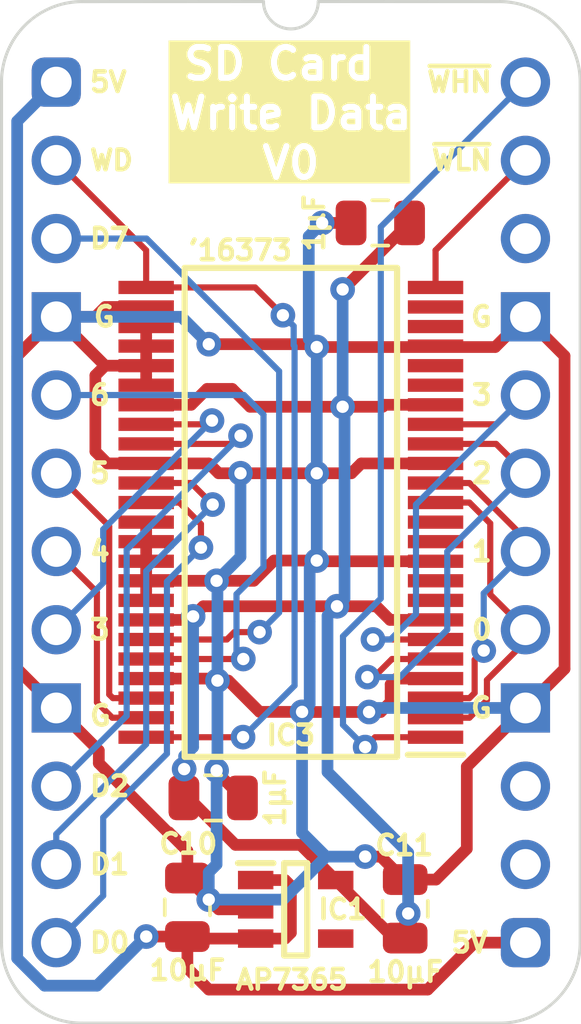
<source format=kicad_pcb>
(kicad_pcb (version 20240108) (generator "pcbnew") (generator_version "8.0")
  (title_block (title "SD Card Write Data") (date "2024-07-04") (rev "V0"))
  (layers (0 "F.Cu" signal) (31 "B.Cu" signal) (34 "B.Paste" user) (35 "F.Paste" user) (36 "B.SilkS" user "B.Silkscreen") (37 "F.SilkS" user "F.Silkscreen") (38 "B.Mask" user) (39 "F.Mask" user) (44 "Edge.Cuts" user))
  (net 0 "")
  (net 1 "/3.3V")
  (net 3 "D6")
  (net 7 "D7")
  (net 9 "GND")
  (net 10 "5V")
  (net 11 "D4")
  (net 12 "D0")
  (net 13 "D1")
  (net 16 "Write Data")
  (net 17 "DAT3")
  (net 18 "~{Write Low Nybble}")
  (net 19 "D3")
  (net 20 "DAT1")
  (net 21 "DAT0")
  (net 22 "D2")
  (net 23 "D5")
  (net 26 "~{Write High Nybble}")
  (net 29 "DAT2")
  (footprint "SamacSys_Parts:C_0805" (layer "F.Cu") (at 5.08 23.241 -90)
    (property "Reference" "C1" (hide yes))
    (property "Value" "1μF" (at 0 -2.032 90) (layer "F.SilkS") (effects (font (size 0.635 0.635))))
    (fp_line (start -0.735 0.245252) (end -0.735 -0.277252) (stroke (width 0.12)) (layer "F.SilkS"))
    (fp_line (start 0.735 0.245252) (end 0.735 -0.277252) (stroke (width 0.12)) (layer "F.SilkS"))
    (pad "1" smd roundrect (at 0 0.934) (size 1 1.45) (layers "F.Cu" "F.Paste" "F.Mask") (net 1 "/3.3V"))
    (pad "2" smd roundrect (at 0 -0.966) (size 1 1.45) (layers "F.Cu" "F.Paste" "F.Mask") (net 9 "GND"))
  )
  (footprint "SamacSys_Parts:C_0805" (layer "F.Cu") (at 10.541 4.572 90)
    (property "Reference" "C4" (hide yes))
    (property "Value" "1μF" (at 0 -2.159 90) (layer "F.SilkS") (effects (font (size 0.635 0.635))))
    (fp_line (start 0.735 0.245252) (end 0.735 -0.277252) (stroke (width 0.12)) (layer "F.SilkS"))
    (fp_line (start -0.735 0.245252) (end -0.735 -0.277252) (stroke (width 0.12)) (layer "F.SilkS"))
    (pad "1" smd roundrect (at 0 0.934 180) (size 1 1.45) (layers "F.Cu" "F.Paste" "F.Mask") (net 1 "/3.3V"))
    (pad "2" smd roundrect (at 0 -0.966 180) (size 1 1.45) (layers "F.Cu" "F.Paste" "F.Mask") (net 9 "GND"))
  )
  (footprint "SamacSys_Parts:DIP-24_Board_W15.24mm" (layer "F.Cu") (at 0 0)
    (property "Reference" "J1" (hide yes))
    (property "Value" "Conn_02x12_Counter_Clockwise" (hide yes))
    (fp_line (start -1.778 27.94) (end -1.778 0) (stroke (width 0.1)) (layer "Edge.Cuts"))
    (fp_line (start 6.731 -2.6162) (end 0.835732 -2.613732) (stroke (width 0.1)) (layer "Edge.Cuts"))
    (fp_line (start 14.404267 -2.613733) (end 8.509 -2.6162) (stroke (width 0.1)) (layer "Edge.Cuts"))
    (fp_line (start 14.404268 30.553732) (end 0.835733 30.553733) (stroke (width 0.1)) (layer "Edge.Cuts"))
    (fp_line (start 17.018 27.94) (end 17.017999 -0.000001) (stroke (width 0.1)) (layer "Edge.Cuts"))
    (fp_arc (start -1.778 0) (mid -1.012456 -1.848188) (end 0.835732 -2.613732) (stroke (width 0.1)) (layer "Edge.Cuts"))
    (fp_arc (start 0.835733 30.553733) (mid -1.012457 29.78819) (end -1.778 27.94) (stroke (width 0.1)) (layer "Edge.Cuts"))
    (fp_arc (start 8.509 -2.6162) (mid 7.62 -1.7272) (end 6.731 -2.6162) (stroke (width 0.1)) (layer "Edge.Cuts"))
    (fp_arc (start 14.404267 -2.613733) (mid 16.252448 -1.848183) (end 17.017999 -0.000001) (stroke (width 0.1)) (layer "Edge.Cuts"))
    (fp_arc (start 17.018 27.94) (mid 16.252456 29.788187) (end 14.404268 30.553732) (stroke (width 0.1)) (layer "Edge.Cuts"))
    (pad "1" thru_hole roundrect (at 0 0) (size 1.6 1.6) (drill 1) (layers "*.Cu" "*.Mask") (net 10 "5V"))
    (pad "2" thru_hole oval (at 0 2.54) (size 1.6 1.6) (drill 1) (layers "*.Cu" "*.Mask") (net 16 "Write Data"))
    (pad "3" thru_hole oval (at 0 5.08) (size 1.6 1.6) (drill 1) (layers "*.Cu" "*.Mask") (net 7 "D7"))
    (pad "4" thru_hole rect (at 0 7.62) (size 1.6 1.6) (drill 1) (layers "*.Cu" "*.Mask") (net 9 "GND"))
    (pad "5" thru_hole oval (at 0 10.16) (size 1.6 1.6) (drill 1) (layers "*.Cu" "*.Mask") (net 3 "D6"))
    (pad "6" thru_hole oval (at 0 12.7) (size 1.6 1.6) (drill 1) (layers "*.Cu" "*.Mask") (net 23 "D5"))
    (pad "7" thru_hole oval (at 0 15.24) (size 1.6 1.6) (drill 1) (layers "*.Cu" "*.Mask") (net 11 "D4"))
    (pad "8" thru_hole oval (at 0 17.78) (size 1.6 1.6) (drill 1) (layers "*.Cu" "*.Mask") (net 19 "D3"))
    (pad "9" thru_hole rect (at 0 20.32) (size 1.6 1.6) (drill 1) (layers "*.Cu" "*.Mask") (net 9 "GND"))
    (pad "10" thru_hole oval (at 0 22.86) (size 1.6 1.6) (drill 1) (layers "*.Cu" "*.Mask") (net 22 "D2"))
    (pad "11" thru_hole oval (at 0 25.4) (size 1.6 1.6) (drill 1) (layers "*.Cu" "*.Mask") (net 13 "D1"))
    (pad "12" thru_hole oval (at 0 27.94) (size 1.6 1.6) (drill 1) (layers "*.Cu" "*.Mask") (net 12 "D0"))
    (pad "13" thru_hole roundrect (at 15.24 27.94) (size 1.6 1.6) (drill 1) (layers "*.Cu" "*.Mask") (net 10 "5V"))
    (pad "14" thru_hole oval (at 15.24 25.4) (size 1.6 1.6) (drill 1) (layers "*.Cu" "*.Mask"))
    (pad "15" thru_hole oval (at 15.24 22.86) (size 1.6 1.6) (drill 1) (layers "*.Cu" "*.Mask"))
    (pad "16" thru_hole rect (at 15.24 20.32) (size 1.6 1.6) (drill 1) (layers "*.Cu" "*.Mask") (net 9 "GND"))
    (pad "17" thru_hole oval (at 15.24 17.78 180) (size 1.6 1.6) (drill 1) (layers "*.Cu" "*.Mask") (net 21 "DAT0"))
    (pad "18" thru_hole oval (at 15.24 15.24 180) (size 1.6 1.6) (drill 1) (layers "*.Cu" "*.Mask") (net 20 "DAT1"))
    (pad "19" thru_hole oval (at 15.24 12.7 180) (size 1.6 1.6) (drill 1) (layers "*.Cu" "*.Mask") (net 29 "DAT2"))
    (pad "20" thru_hole oval (at 15.24 10.16 180) (size 1.6 1.6) (drill 1) (layers "*.Cu" "*.Mask") (net 17 "DAT3"))
    (pad "21" thru_hole rect (at 15.24 7.62) (size 1.6 1.6) (drill 1) (layers "*.Cu" "*.Mask") (net 9 "GND"))
    (pad "22" thru_hole oval (at 15.24 5.08) (size 1.6 1.6) (drill 1) (layers "*.Cu" "*.Mask"))
    (pad "23" thru_hole oval (at 15.24 2.54) (size 1.6 1.6) (drill 1) (layers "*.Cu" "*.Mask") (net 18 "~{Write Low Nybble}"))
    (pad "24" thru_hole oval (at 15.24 0) (size 1.6 1.6) (drill 1) (layers "*.Cu" "*.Mask") (net 26 "~{Write High Nybble}"))
  )
  (footprint "SamacSys_Parts:C_0805" (layer "F.Cu") (at 11.333 26.858)
    (property "Reference" "C11" (at -0.03 -2.075 180) (layer "F.SilkS") (effects (font (size 0.635 0.635))))
    (property "Value" "10μF" (at 0 2.032 0) (layer "F.SilkS") (effects (font (size 0.635 0.635))))
    (fp_line (start -0.735 0.245252) (end -0.735 -0.277252) (stroke (width 0.12)) (layer "F.SilkS"))
    (fp_line (start 0.735 0.245252) (end 0.735 -0.277252) (stroke (width 0.12)) (layer "F.SilkS"))
    (pad "1" smd roundrect (at 0 0.934 90) (size 1 1.45) (layers "F.Cu" "F.Paste" "F.Mask") (net 1 "/3.3V"))
    (pad "2" smd roundrect (at 0 -0.966 90) (size 1 1.45) (layers "F.Cu" "F.Paste" "F.Mask") (net 9 "GND"))
  )
  (footprint "SamacSys_Parts:SOT95P285X130-5N" (layer "F.Cu") (at 7.777 26.858)
    (property "Reference" "IC1" (at 1.524 0 0) (layer "F.SilkS") (effects (font (size 0.635 0.635))))
    (property "Value" "AP7365-33WG-7" (hide yes))
    (property "Silkscreen" "AP7365" (at -0.127 2.286 0) (layer "F.SilkS") (effects (font (size 0.635 0.635))))
    (fp_line (start -1.875 -1.5) (end -0.725 -1.5) (stroke (width 0.2)) (layer "F.SilkS"))
    (fp_line (start -0.375 -1.5) (end 0.375 -1.5) (stroke (width 0.2)) (layer "F.SilkS"))
    (fp_line (start -0.375 1.5) (end -0.375 -1.5) (stroke (width 0.2)) (layer "F.SilkS"))
    (fp_line (start 0.375 -1.5) (end 0.375 1.5) (stroke (width 0.2)) (layer "F.SilkS"))
    (fp_line (start 0.375 1.5) (end -0.375 1.5) (stroke (width 0.2)) (layer "F.SilkS"))
    (pad "1" smd rect (at -1.3 -0.95 90) (size 0.6 1.15) (layers "F.Cu" "F.Paste" "F.Mask") (net 10 "5V"))
    (pad "2" smd rect (at -1.3 0 90) (size 0.6 1.15) (layers "F.Cu" "F.Paste" "F.Mask") (net 9 "GND"))
    (pad "3" smd rect (at -1.3 0.95 90) (size 0.6 1.15) (layers "F.Cu" "F.Paste" "F.Mask") (net 10 "5V"))
    (pad "4" smd rect (at 1.3 0.95 90) (size 0.6 1.15) (layers "F.Cu" "F.Paste" "F.Mask"))
    (pad "5" smd rect (at 1.3 -0.95 90) (size 0.6 1.15) (layers "F.Cu" "F.Paste" "F.Mask") (net 1 "/3.3V"))
  )
  (footprint "SamacSys_Parts:SOP64P1025X280-48N" (layer "F.Cu") (at 7.62 13.968766 180)
    (property "Reference" "IC3" (at 0 -7.239 0) (layer "F.SilkS") (effects (font (size 0.635 0.635))))
    (property "Value" "74LVC16373ADL,118" (hide yes))
    (fp_line (start 3.45 7.938) (end -3.45 7.938) (stroke (width 0.2)) (layer "F.SilkS"))
    (fp_line (start 3.45 -7.938) (end 3.45 7.938) (stroke (width 0.2)) (layer "F.SilkS"))
    (fp_line (start -3.45 7.938) (end -3.45 -7.938) (stroke (width 0.2)) (layer "F.SilkS"))
    (fp_line (start -3.45 -7.938) (end 3.45 -7.938) (stroke (width 0.2)) (layer "F.SilkS"))
    (fp_line (start -5.6 -7.869999) (end -3.8 -7.87) (stroke (width 0.2)) (layer "F.SilkS"))
    (fp_text user "'16373" (at 1.651 8.507766 0) (layer "F.SilkS") (effects (font (size 0.635 0.635))))
    (pad "1" smd rect (at -4.7 -7.302 270) (size 0.43 1.8) (layers "F.Cu" "F.Paste" "F.Mask") (net 26 "~{Write High Nybble}"))
    (pad "2" smd rect (at -4.7 -6.668 270) (size 0.43 1.8) (layers "F.Cu" "F.Paste" "F.Mask") (net 21 "DAT0"))
    (pad "3" smd rect (at -4.7 -6.032 270) (size 0.43 1.8) (layers "F.Cu" "F.Paste" "F.Mask") (net 20 "DAT1"))
    (pad "4" smd rect (at -4.699999 -5.398 270) (size 0.43 1.8) (layers "F.Cu" "F.Paste" "F.Mask") (net 9 "GND"))
    (pad "5" smd rect (at -4.699999 -4.762 270) (size 0.43 1.8) (layers "F.Cu" "F.Paste" "F.Mask") (net 29 "DAT2"))
    (pad "6" smd rect (at -4.7 -4.128 270) (size 0.43 1.8) (layers "F.Cu" "F.Paste" "F.Mask") (net 17 "DAT3"))
    (pad "7" smd rect (at -4.7 -3.492 270) (size 0.43 1.8) (layers "F.Cu" "F.Paste" "F.Mask") (net 1 "/3.3V"))
    (pad "8" smd rect (at -4.7 -2.858 270) (size 0.43 1.8) (layers "F.Cu" "F.Paste" "F.Mask"))
    (pad "9" smd rect (at -4.7 -2.222 270) (size 0.43 1.8) (layers "F.Cu" "F.Paste" "F.Mask"))
    (pad "10" smd rect (at -4.699999 -1.588 270) (size 0.43 1.8) (layers "F.Cu" "F.Paste" "F.Mask") (net 9 "GND"))
    (pad "11" smd rect (at -4.7 -0.952 270) (size 0.43 1.8) (layers "F.Cu" "F.Paste" "F.Mask"))
    (pad "12" smd rect (at -4.7 -0.318 270) (size 0.43 1.8) (layers "F.Cu" "F.Paste" "F.Mask"))
    (pad "13" smd rect (at -4.7 0.318 270) (size 0.43 1.8) (layers "F.Cu" "F.Paste" "F.Mask") (net 21 "DAT0"))
    (pad "14" smd rect (at -4.7 0.952 270) (size 0.43 1.8) (layers "F.Cu" "F.Paste" "F.Mask") (net 20 "DAT1"))
    (pad "15" smd rect (at -4.699999 1.588 270) (size 0.43 1.8) (layers "F.Cu" "F.Paste" "F.Mask") (net 9 "GND"))
    (pad "16" smd rect (at -4.7 2.222 270) (size 0.43 1.8) (layers "F.Cu" "F.Paste" "F.Mask") (net 29 "DAT2"))
    (pad "17" smd rect (at -4.7 2.858 270) (size 0.43 1.8) (layers "F.Cu" "F.Paste" "F.Mask") (net 17 "DAT3"))
    (pad "18" smd rect (at -4.7 3.492 270) (size 0.43 1.8) (layers "F.Cu" "F.Paste" "F.Mask") (net 1 "/3.3V"))
    (pad "19" smd rect (at -4.7 4.128 270) (size 0.43 1.8) (layers "F.Cu" "F.Paste" "F.Mask"))
    (pad "20" smd rect (at -4.699999 4.762 270) (size 0.43 1.8) (layers "F.Cu" "F.Paste" "F.Mask"))
    (pad "21" smd rect (at -4.699999 5.398 270) (size 0.43 1.8) (layers "F.Cu" "F.Paste" "F.Mask") (net 9 "GND"))
    (pad "22" smd rect (at -4.7 6.032 270) (size 0.43 1.8) (layers "F.Cu" "F.Paste" "F.Mask"))
    (pad "23" smd rect (at -4.7 6.668 270) (size 0.43 1.8) (layers "F.Cu" "F.Paste" "F.Mask"))
    (pad "24" smd rect (at -4.7 7.302 270) (size 0.43 1.8) (layers "F.Cu" "F.Paste" "F.Mask") (net 18 "~{Write Low Nybble}"))
    (pad "25" smd rect (at 4.7 7.302 270) (size 0.43 1.8) (layers "F.Cu" "F.Paste" "F.Mask") (net 16 "Write Data"))
    (pad "26" smd rect (at 4.7 6.668 270) (size 0.43 1.8) (layers "F.Cu" "F.Paste" "F.Mask") (net 9 "GND"))
    (pad "27" smd rect (at 4.7 6.032 270) (size 0.43 1.8) (layers "F.Cu" "F.Paste" "F.Mask") (net 9 "GND"))
    (pad "28" smd rect (at 4.699999 5.398 270) (size 0.43 1.8) (layers "F.Cu" "F.Paste" "F.Mask") (net 9 "GND"))
    (pad "29" smd rect (at 4.699999 4.762 270) (size 0.43 1.8) (layers "F.Cu" "F.Paste" "F.Mask") (net 9 "GND"))
    (pad "30" smd rect (at 4.7 4.128 270) (size 0.43 1.8) (layers "F.Cu" "F.Paste" "F.Mask") (net 9 "GND"))
    (pad "31" smd rect (at 4.7 3.492 270) (size 0.43 1.8) (layers "F.Cu" "F.Paste" "F.Mask") (net 1 "/3.3V"))
    (pad "32" smd rect (at 4.7 2.858 270) (size 0.43 1.8) (layers "F.Cu" "F.Paste" "F.Mask") (net 19 "D3"))
    (pad "33" smd rect (at 4.7 2.222 270) (size 0.43 1.8) (layers "F.Cu" "F.Paste" "F.Mask") (net 22 "D2"))
    (pad "34" smd rect (at 4.699999 1.588 270) (size 0.43 1.8) (layers "F.Cu" "F.Paste" "F.Mask") (net 9 "GND"))
    (pad "35" smd rect (at 4.7 0.952 270) (size 0.43 1.8) (layers "F.Cu" "F.Paste" "F.Mask") (net 13 "D1"))
    (pad "36" smd rect (at 4.7 0.318 270) (size 0.43 1.8) (layers "F.Cu" "F.Paste" "F.Mask") (net 12 "D0"))
    (pad "37" smd rect (at 4.7 -0.318 270) (size 0.43 1.8) (layers "F.Cu" "F.Paste" "F.Mask") (net 9 "GND"))
    (pad "38" smd rect (at 4.7 -0.952 270) (size 0.43 1.8) (layers "F.Cu" "F.Paste" "F.Mask") (net 9 "GND"))
    (pad "39" smd rect (at 4.699999 -1.588 270) (size 0.43 1.8) (layers "F.Cu" "F.Paste" "F.Mask") (net 9 "GND"))
    (pad "40" smd rect (at 4.7 -2.222 270) (size 0.43 1.8) (layers "F.Cu" "F.Paste" "F.Mask") (net 9 "GND"))
    (pad "41" smd rect (at 4.7 -2.858 270) (size 0.43 1.8) (layers "F.Cu" "F.Paste" "F.Mask") (net 9 "GND"))
    (pad "42" smd rect (at 4.7 -3.492 270) (size 0.43 1.8) (layers "F.Cu" "F.Paste" "F.Mask") (net 1 "/3.3V"))
    (pad "43" smd rect (at 4.7 -4.128 270) (size 0.43 1.8) (layers "F.Cu" "F.Paste" "F.Mask") (net 7 "D7"))
    (pad "44" smd rect (at 4.699999 -4.762 270) (size 0.43 1.8) (layers "F.Cu" "F.Paste" "F.Mask") (net 3 "D6"))
    (pad "45" smd rect (at 4.699999 -5.398 270) (size 0.43 1.8) (layers "F.Cu" "F.Paste" "F.Mask") (net 9 "GND"))
    (pad "46" smd rect (at 4.7 -6.032 270) (size 0.43 1.8) (layers "F.Cu" "F.Paste" "F.Mask") (net 23 "D5"))
    (pad "47" smd rect (at 4.7 -6.668 270) (size 0.43 1.8) (layers "F.Cu" "F.Paste" "F.Mask") (net 11 "D4"))
    (pad "48" smd rect (at 4.7 -7.302 270) (size 0.43 1.8) (layers "F.Cu" "F.Paste" "F.Mask") (net 16 "Write Data"))
  )
  (footprint "SamacSys_Parts:C_0805" (layer "F.Cu") (at 4.259 26.808)
    (property "Reference" "C10" (at 0.027 -2.075 180) (layer "F.SilkS") (effects (font (size 0.635 0.635))))
    (property "Value" "10μF" (at 0 2.032 0) (layer "F.SilkS") (effects (font (size 0.635 0.635))))
    (fp_line (start -0.735 0.245252) (end -0.735 -0.277252) (stroke (width 0.12)) (layer "F.SilkS"))
    (fp_line (start 0.735 0.245252) (end 0.735 -0.277252) (stroke (width 0.12)) (layer "F.SilkS"))
    (pad "1" smd roundrect (at 0 0.934 90) (size 1 1.45) (layers "F.Cu" "F.Paste" "F.Mask") (net 10 "5V"))
    (pad "2" smd roundrect (at 0 -0.966 90) (size 1 1.45) (layers "F.Cu" "F.Paste" "F.Mask") (net 9 "GND"))
  )
  (footprint "SamacSys_Parts:PinHeader_1x12_P2.54mm_Vertical" (layer "B.Cu") (at 0 0 180)
    (property "Reference" "J2" (hide yes))
    (property "Value" "Pin_Header_01x12")
  )
  (footprint "SamacSys_Parts:PinHeader_1x12_P2.54mm_Vertical" (layer "B.Cu") (at 15.24 0 180)
    (property "Reference" "J3" (hide yes))
    (property "Value" "Pin_Header_01x12")
  )
  (gr_text "3" (at 14.224 10.16 0) (layer "F.SilkS") (effects (font (size 0.635 0.635) (thickness 0.15) (bold yes)) (justify right)))
  (gr_text "1" (at 14.224 15.24 0) (layer "F.SilkS") (effects (font (size 0.635 0.635) (thickness 0.15) (bold yes)) (justify right)))
  (gr_text "D0" (at 1.016 27.94 0) (layer "F.SilkS") (effects (font (size 0.635 0.635) (thickness 0.15) (bold yes)) (justify left)))
  (gr_text "~{WLN}" (at 14.224 2.54 0) (layer "F.SilkS") (effects (font (size 0.635 0.635) (thickness 0.15) (bold yes)) (justify right)))
  (gr_text "5V" (at 1.016 0 0) (layer "F.SilkS") (effects (font (size 0.635 0.635) (thickness 0.15) (bold yes)) (justify left)))
  (gr_text "D2" (at 1.016 22.86 0) (layer "F.SilkS") (effects (font (size 0.635 0.635) (thickness 0.15) (bold yes)) (justify left)))
  (gr_text "2" (at 14.224 12.7 0) (layer "F.SilkS") (effects (font (size 0.635 0.635) (thickness 0.15) (bold yes)) (justify right)))
  (gr_text "D1" (at 1.016 25.4 0) (layer "F.SilkS") (effects (font (size 0.635 0.635) (thickness 0.15) (bold yes)) (justify left)))
  (gr_text "SD Card \nWrite Data\nV0" (at 7.62 1.016 0) (layer "F.SilkS" knockout) (effects (font (size 1 1) (thickness 0.2) (bold yes))))
  (gr_text "G" (at 14.224 7.62 0) (layer "F.SilkS") (effects (font (size 0.635 0.635) (thickness 0.15) (bold yes)) (justify right)))
  (gr_text "0" (at 14.224 17.78 0) (layer "F.SilkS") (effects (font (size 0.635 0.635) (thickness 0.15) (bold yes)) (justify right)))
  (gr_text "4" (at 1.016 15.24 0) (layer "F.SilkS") (effects (font (size 0.635 0.635) (thickness 0.15) (bold yes)) (justify left)))
  (gr_text "G" (at 14.224 20.32 0) (layer "F.SilkS") (effects (font (size 0.635 0.635) (thickness 0.15) (bold yes)) (justify right)))
  (gr_text "WD" (at 1.016 2.54 0) (layer "F.SilkS") (effects (font (size 0.635 0.635) (thickness 0.15) (bold yes)) (justify left)))
  (gr_text "G" (at 1.016 20.574 0) (layer "F.SilkS") (effects (font (size 0.635 0.635) (thickness 0.15) (bold yes)) (justify left)))
  (gr_text "6" (at 1.016 10.16 0) (layer "F.SilkS") (effects (font (size 0.635 0.635) (thickness 0.15) (bold yes)) (justify left)))
  (gr_text "G" (at 1.143 7.62 0) (layer "F.SilkS") (effects (font (size 0.635 0.635) (thickness 0.15) (bold yes)) (justify left)))
  (gr_text "5" (at 1.016 12.7 0) (layer "F.SilkS") (effects (font (size 0.635 0.635) (thickness 0.15) (bold yes)) (justify left)))
  (gr_text "3" (at 1.016 17.78 0) (layer "F.SilkS") (effects (font (size 0.635 0.635) (thickness 0.15) (bold yes)) (justify left)))
  (gr_text "D7" (at 1.016 5.08 0) (layer "F.SilkS") (effects (font (size 0.635 0.635) (thickness 0.15) (bold yes)) (justify left)))
  (gr_text "5V" (at 14.097 27.94 0) (layer "F.SilkS") (effects (font (size 0.635 0.635) (thickness 0.15) (bold yes)) (justify right)))
  (gr_text "~{WHN}" (at 14.224 0 0) (layer "F.SilkS") (effects (font (size 0.635 0.635) (thickness 0.15) (bold yes)) (justify right)))
  (segment (start 4.2955 23.241) (end 5.8195 24.765) (width 0.38) (layer "F.Cu") (net 1))
  (segment (start 10.60375 10.541016) (end 10.668 10.476766) (width 0.38) (layer "F.Cu") (net 1))
  (segment (start 5.8195 24.765) (end 7.934 24.765) (width 0.38) (layer "F.Cu") (net 1))
  (segment (start 9.117814 17.017999) (end 9.117816 17.018001) (width 0.38) (layer "F.Cu") (net 1))
  (segment (start 11.333 27.089) (end 11.43 26.992) (width 0.38) (layer "F.Cu") (net 1))
  (segment (start 11.475 4.572) (end 9.316004 6.730996) (width 0.38) (layer "F.Cu") (net 1))
  (segment (start 9.301005 10.541016) (end 6.295053 10.541016) (width 0.38) (layer "F.Cu") (net 1))
  (segment (start 2.92 17.460766) (end 4.331 17.460766) (width 0.38) (layer "F.Cu") (net 1))
  (segment (start 4.445 17.346766) (end 4.773767 17.017999) (width 0.38) (layer "F.Cu") (net 1))
  (segment (start 5.715 9.960963) (end 4.898037 9.960963) (width 0.38) (layer "F.Cu") (net 1))
  (segment (start 12.32 17.460766) (end 10.83894 17.460766) (width 0.38) (layer "F.Cu") (net 1))
  (segment (start 4.146 23.241) (end 4.146 22.31292) (width 0.38) (layer "F.Cu") (net 1))
  (segment (start 9.316004 6.730996) (end 9.301005 6.730996) (width 0.38) (layer "F.Cu") (net 1))
  (segment (start 12.32 10.476766) (end 10.668 10.476766) (width 0.38) (layer "F.Cu") (net 1))
  (segment (start 10.396175 17.018001) (end 9.117816 17.018001) (width 0.38) (layer "F.Cu") (net 1))
  (segment (start 10.83894 17.460766) (end 10.396175 17.018001) (width 0.38) (layer "F.Cu") (net 1))
  (segment (start 4.382234 10.476766) (end 2.92 10.476766) (width 0.38) (layer "F.Cu") (net 1))
  (segment (start 9.301005 10.541016) (end 10.60375 10.541016) (width 0.38) (layer "F.Cu") (net 1))
  (segment (start 10.961 27.792) (end 9.077 25.908) (width 0.38) (layer "F.Cu") (net 1))
  (segment (start 6.295053 10.541016) (end 5.715 9.960963) (width 0.38) (layer "F.Cu") (net 1))
  (segment (start 7.934 24.765) (end 9.077 25.908) (width 0.38) (layer "F.Cu") (net 1))
  (segment (start 4.773767 17.017999) (end 9.117814 17.017999) (width 0.38) (layer "F.Cu") (net 1))
  (segment (start 4.331 17.460766) (end 4.445 17.346766) (width 0.38) (layer "F.Cu") (net 1))
  (segment (start 11.333 27.792) (end 11.333 27.089) (width 0.38) (layer "F.Cu") (net 1))
  (segment (start 4.146 22.31292) (end 4.153834 22.305086) (width 0.38) (layer "F.Cu") (net 1))
  (segment (start 4.898037 9.960963) (end 4.382234 10.476766) (width 0.38) (layer "F.Cu") (net 1))
  (via (at 4.153834 22.305086) (size 0.8) (drill 0.4) (layers "F.Cu" "B.Cu") (net 1))
  (via (at 9.117816 17.018001) (size 0.8) (drill 0.4) (layers "F.Cu" "B.Cu") (net 1))
  (via (at 9.301005 10.541016) (size 0.8) (drill 0.4) (layers "F.Cu" "B.Cu") (net 1))
  (via (at 4.445 17.346766) (size 0.8) (drill 0.4) (layers "F.Cu" "B.Cu") (net 1))
  (via (at 11.43 26.992) (size 0.8) (drill 0.4) (layers "F.Cu" "B.Cu") (net 1))
  (via (at 9.301005 6.730996) (size 0.8) (drill 0.4) (layers "F.Cu" "B.Cu") (net 1))
  (segment (start 11.43 25.019) (end 8.810339 22.399339) (width 0.38) (layer "B.Cu") (net 1))
  (segment (start 4.445 17.346766) (end 4.445 21.59) (width 0.38) (layer "B.Cu") (net 1))
  (segment (start 4.153834 21.881166) (end 4.445 21.59) (width 0.38) (layer "B.Cu") (net 1))
  (segment (start 9.363 16.772817) (end 9.117816 17.018001) (width 0.38) (layer "B.Cu") (net 1))
  (segment (start 11.43 26.992) (end 11.43 25.019) (width 0.38) (layer "B.Cu") (net 1))
  (segment (start 4.153834 22.305086) (end 4.153834 21.881166) (width 0.38) (layer "B.Cu") (net 1))
  (segment (start 9.363 10.603011) (end 9.363 16.772817) (width 0.38) (layer "B.Cu") (net 1))
  (segment (start 9.301005 10.541016) (end 9.363 10.603011) (width 0.38) (layer "B.Cu") (net 1))
  (segment (start 8.810339 22.399339) (end 8.810339 17.325478) (width 0.38) (layer "B.Cu") (net 1))
  (segment (start 8.810339 17.325478) (end 9.117816 17.018001) (width 0.38) (layer "B.Cu") (net 1))
  (segment (start 9.301005 10.541016) (end 9.301005 6.730996) (width 0.38) (layer "B.Cu") (net 1))
  (segment (start 2.920001 18.730766) (end 6.075 18.730766) (width 0.2) (layer "F.Cu") (net 3))
  (via (at 6.075 18.730766) (size 0.8) (drill 0.4) (layers "F.Cu" "B.Cu") (net 3))
  (segment (start 5.854 16.625) (end 6.731 15.748) (width 0.2) (layer "B.Cu") (net 3))
  (segment (start 6.731 15.748) (end 6.731 10.795) (width 0.2) (layer "B.Cu") (net 3))
  (segment (start 5.854 18.509766) (end 5.854 16.625) (width 0.2) (layer "B.Cu") (net 3))
  (segment (start 6.075 18.730766) (end 5.854 18.509766) (width 0.2) (layer "B.Cu") (net 3))
  (segment (start 6.731 10.795) (end 6.096 10.16) (width 0.2) (layer "B.Cu") (net 3))
  (segment (start 6.096 10.16) (end 0 10.16) (width 0.2) (layer "B.Cu") (net 3))
  (segment (start 2.92 18.096766) (end 5.542339 18.096766) (width 0.2) (layer "F.Cu") (net 7))
  (segment (start 5.542339 18.096766) (end 5.781105 17.858) (width 0.2) (layer "F.Cu") (net 7))
  (segment (start 5.781105 17.858) (end 6.604 17.858) (width 0.2) (layer "F.Cu") (net 7))
  (via (at 6.604 17.858) (size 0.8) (drill 0.4) (layers "F.Cu" "B.Cu") (net 7))
  (segment (start 0 5.08) (end 2.933 5.08) (width 0.2) (layer "B.Cu") (net 7))
  (segment (start 7.239 9.386) (end 7.239 17.223) (width 0.2) (layer "B.Cu") (net 7))
  (segment (start 7.239 17.223) (end 6.604 17.858) (width 0.2) (layer "B.Cu") (net 7))
  (segment (start 2.933 5.08) (end 7.239 9.386) (width 0.2) (layer "B.Cu") (net 7))
  (segment (start 1.27 11.991766) (end 1.659 12.380766) (width 0.38) (layer "F.Cu") (net 9))
  (segment (start 2.92 16.826766) (end 2.92 16.190766) (width 0.38) (layer "F.Cu") (net 9))
  (segment (start 15.24 7.62) (end 14.258234 8.601766) (width 0.38) (layer "F.Cu") (net 9))
  (segment (start 5.207 22.402) (end 5.207 22.352) (width 0.38) (layer "F.Cu") (net 9))
  (segment (start 10.860691 19.555075) (end 11.049 19.366766) (width 0.38) (layer "F.Cu") (net 9))
  (segment (start 2.920001 12.380766) (end 4.953 12.380766) (width 0.38) (layer "F.Cu") (net 9))
  (segment (start 9.586766 12.7) (end 9.906 12.380766) (width 0.38) (layer "F.Cu") (net 9))
  (segment (start 1.586766 9.206766) (end 2.920001 9.206766) (width 0.38) (layer "F.Cu") (net 9))
  (segment (start 4.953 26.543) (end 4.953 26.536) (width 0.38) (layer "F.Cu") (net 9))
  (segment (start 16.51 19.05) (end 15.24 20.32) (width 0.38) (layer "F.Cu") (net 9))
  (segment (start 7.987971 20.451383) (end 7.983588 20.447) (width 0.38) (layer "F.Cu") (net 9))
  (segment (start 5.171 19.366766) (end 2.920001 19.366766) (width 0.38) (layer "F.Cu") (net 9))
  (segment (start 8.461 12.7) (end 9.586766 12.7) (width 0.38) (layer "F.Cu") (net 9))
  (segment (start 2.920001 9.206766) (end 2.920001 9.840765) (width 0.38) (layer "F.Cu") (net 9))
  (segment (start 0 20.32) (end -1.27 19.05) (width 0.38) (layer "F.Cu") (net 9))
  (segment (start 5.983463 12.700006) (end 5.27224 12.700006) (width 0.38) (layer "F.Cu") (net 9))
  (segment (start 2.920001 15.556766) (end 2.920001 14.920767) (width 0.38) (layer "F.Cu") (net 9))
  (segment (start 13.335 22.225) (end 15.24 20.32) (width 0.38) (layer "F.Cu") (net 9))
  (segment (start 10.03464 25.146) (end 10.033741 25.145101) (width 0.38) (layer "F.Cu") (net 9))
  (segment (start 4.953 8.509) (end 8.368234 8.509) (width 0.38) (layer "F.Cu") (net 9))
  (segment (start 5.587766 19.430766) (end 6.604 20.447) (width 0.38) (layer "F.Cu") (net 9))
  (segment (start 13.335 24.892) (end 13.335 22.225) (width 0.38) (layer "F.Cu") (net 9))
  (segment (start 8.461 15.533724) (end 7.072276 15.533724) (width 0.38) (layer "F.Cu") (net 9))
  (segment (start 16.51 8.89) (end 16.51 19.05) (width 0.38) (layer "F.Cu") (net 9))
  (segment (start 1.589234 7.300766) (end 2.92 7.300766) (width 0.38) (layer "F.Cu") (net 9))
  (segment (start 10.860691 20.127309) (end 10.860691 19.555075) (width 0.38) (layer "F.Cu") (net 9))
  (segment (start 1.381488 22.113512) (end 3.623976 24.356) (width 0.38) (layer "F.Cu") (net 9))
  (segment (start 4.96 26.543) (end 4.953 26.543) (width 0.38) (layer "F.Cu") (net 9))
  (segment (start -1.27 8.89) (end 0 7.62) (width 0.38) (layer "F.Cu") (net 9))
  (segment (start 11.049 19.366766) (end 12.319999 19.366766) (width 0.38) (layer "F.Cu") (net 9))
  (segment (start 2.92 7.936766) (end 2.92 8.570765) (width 0.38) (layer "F.Cu") (net 9))
  (segment (start 2.92 16.190766) (end 5.207004 16.190766) (width 0.38) (layer "F.Cu") (net 9))
  (segment (start 4.953 26.536) (end 4.259 25.842) (width 0.38) (layer "F.Cu") (net 9))
  (segment (start 5.235 19.430766) (end 5.171 19.366766) (width 0.38) (layer "F.Cu") (net 9))
  (segment (start 5.275 26.858) (end 4.96 26.543) (width 0.38) (layer "F.Cu") (net 9))
  (segment (start 5.27224 12.700006) (end 4.953 12.380766) (width 0.38) (layer "F.Cu") (net 9))
  (segment (start 11.287 25.892) (end 10.541 25.146) (width 0.38) (layer "F.Cu") (net 9))
  (segment (start 12.335 25.892) (end 13.335 24.892) (width 0.38) (layer "F.Cu") (net 9))
  (segment (start 7.072276 15.533724) (end 6.415234 16.190766) (width 0.38) (layer "F.Cu") (net 9))
  (segment (start 2.92 16.190766) (end 2.92 15.556767) (width 0.38) (layer "F.Cu") (net 9))
  (segment (start 2.92 7.300766) (end 2.92 7.936766) (width 0.38) (layer "F.Cu") (net 9))
  (segment (start -1.27 19.05) (end -1.27 8.89) (width 0.38) (layer "F.Cu") (net 9))
  (segment (start 11.333 25.892) (end 12.335 25.892) (width 0.38) (layer "F.Cu") (net 9))
  (segment (start 2.920001 8.570766) (end 2.920001 9.206766) (width 0.38) (layer "F.Cu") (net 9))
  (segment (start 1.586766 9.206766) (end 1.27 9.523532) (width 0.38) (layer "F.Cu") (net 9))
  (segment (start 10.16 20.451383) (end 10.536617 20.451383) (width 0.38) (layer "F.Cu") (net 9))
  (segment (start 8.484042 15.556766) (end 8.461 15.533724) (width 0.38) (layer "F.Cu") (net 9))
  (segment (start 12.319999 12.380766) (end 9.906 12.380766) (width 0.38) (layer "F.Cu") (net 9))
  (segment (start 3.655 24.356) (end 4.259 24.96) (width 0.38) (layer "F.Cu") (net 9))
  (segment (start 10.541 25.146) (end 10.03464 25.146) (width 0.38) (layer "F.Cu") (net 9))
  (segment (start 3.623976 24.356) (end 3.655 24.356) (width 0.38) (layer "F.Cu") (net 9))
  (segment (start 5.983463 12.700006) (end 5.983469 12.7) (width 0.38) (layer "F.Cu") (net 9))
  (segment (start 6.046 23.241) (end 5.207 22.402) (width 0.38) (layer "F.Cu") (net 9))
  (segment (start 14.258234 8.601766) (end 8.461 8.601766) (width 0.38) (layer "F.Cu") (net 9))
  (segment (start 8.636 4.572) (end 9.575 4.572) (width 0.38) (layer "F.Cu") (net 9))
  (segment (start 5.983469 12.7) (end 8.461 12.7) (width 0.38) (layer "F.Cu") (net 9))
  (segment (start 1.659 12.380766) (end 2.920001 12.380766) (width 0.38) (layer "F.Cu") (net 9))
  (segment (start 10.16 20.451383) (end 7.987971 20.451383) (width 0.38) (layer "F.Cu") (net 9))
  (segment (start 2.92 14.286766) (end 2.92 14.920766) (width 0.38) (layer "F.Cu") (net 9))
  (segment (start 8.368234 8.509) (end 8.461 8.601766) (width 0.38) (layer "F.Cu") (net 9))
  (segment (start 5.235 19.430766) (end 5.587766 19.430766) (width 0.38) (layer "F.Cu") (net 9))
  (segment (start 0 7.62) (end 1.586766 9.206766) (width 0.38) (layer "F.Cu") (net 9))
  (segment (start 6.604 20.447) (end 7.983588 20.447) (width 0.38) (layer "F.Cu") (net 9))
  (segment (start 4.259 24.96) (end 4.259 25.842) (width 0.38) (layer "F.Cu") (net 9))
  (segment (start 12.319999 15.556766) (end 8.484042 15.556766) (width 0.38) (layer "F.Cu") (net 9))
  (segment (start 0 20.32) (end 1.381488 21.701488) (width 0.38) (layer "F.Cu") (net 9))
  (segment (start 10.536617 20.451383) (end 10.860691 20.127309) (width 0.38) (layer "F.Cu") (net 9))
  (segment (start 6.415234 16.190766) (end 5.207004 16.190766) (width 0.38) (layer "F.Cu") (net 9))
  (segment (start 6.477 26.858) (end 5.275 26.858) (width 0.38) (layer "F.Cu") (net 9))
  (segment (start 15.24 7.62) (end 16.51 8.89) (width 0.38) (layer "F.Cu") (net 9))
  (segment (start 1.27 7.62) (end 1.589234 7.300766) (width 0.38) (layer "F.Cu") (net 9))
  (segment (start 1.27 9.523532) (end 1.27 11.991766) (width 0.38) (layer "F.Cu") (net 9))
  (segment (start 1.381488 21.701488) (end 1.381488 22.113512) (width 0.38) (layer "F.Cu") (net 9))
  (segment (start 0 7.62) (end 1.27 7.62) (width 0.38) (layer "F.Cu") (net 9))
  (via (at 8.461 8.601766) (size 0.8) (drill 0.4) (layers "F.Cu" "B.Cu") (net 9))
  (via (at 5.207004 16.190766) (size 0.8) (drill 0.4) (layers "F.Cu" "B.Cu") (net 9))
  (via (at 4.953 8.509) (size 0.8) (drill 0.4) (layers "F.Cu" "B.Cu") (net 9))
  (via (at 4.953 26.543) (size 0.8) (drill 0.4) (layers "F.Cu" "B.Cu") (net 9))
  (via (at 10.16 20.451383) (size 0.8) (drill 0.4) (layers "F.Cu" "B.Cu") (net 9))
  (via (at 8.636 4.572) (size 0.8) (drill 0.4) (layers "F.Cu" "B.Cu") (net 9))
  (via (at 8.461 15.533724) (size 0.8) (drill 0.4) (layers "F.Cu" "B.Cu") (net 9))
  (via (at 8.461 12.7) (size 0.8) (drill 0.4) (layers "F.Cu" "B.Cu") (net 9))
  (via (at 5.983463 12.700006) (size 0.8) (drill 0.4) (layers "F.Cu" "B.Cu") (net 9))
  (via (at 5.235 19.430766) (size 0.8) (drill 0.4) (layers "F.Cu" "B.Cu") (net 9))
  (via (at 5.207 22.352) (size 0.8) (drill 0.4) (layers "F.Cu" "B.Cu") (net 9))
  (via (at 10.033741 25.145101) (size 0.8) (drill 0.4) (layers "F.Cu" "B.Cu") (net 9))
  (via (at 7.983588 20.447) (size 0.8) (drill 0.4) (layers "F.Cu" "B.Cu") (net 9))
  (segment (start 5.235 19.430766) (end 5.235 16.218762) (width 0.38) (layer "B.Cu") (net 9))
  (segment (start 5.235 19.430766) (end 5.235 22.324) (width 0.38) (layer "B.Cu") (net 9))
  (segment (start 7.366 26.543) (end 8.763 25.146) (width 0.38) (layer "B.Cu") (net 9))
  (segment (start 5.983463 15.414307) (end 5.983463 12.700006) (width 0.38) (layer "B.Cu") (net 9))
  (segment (start 8.461 15.533724) (end 8.461 12.7) (width 0.38) (layer "B.Cu") (net 9))
  (segment (start 8.763 25.146) (end 7.983588 24.366588) (width 0.38) (layer "B.Cu") (net 9))
  (segment (start 8.201 8.341766) (end 8.461 8.601766) (width 0.38) (layer "B.Cu") (net 9))
  (segment (start 5.207004 16.190766) (end 5.983463 15.414307) (width 0.38) (layer "B.Cu") (net 9))
  (segment (start 15.24 20.32) (end 10.291383 20.32) (width 0.38) (layer "B.Cu") (net 9))
  (segment (start 8.763 25.146) (end 10.032842 25.146) (width 0.38) (layer "B.Cu") (net 9))
  (segment (start 10.291383 20.32) (end 10.16 20.451383) (width 0.38) (layer "B.Cu") (net 9))
  (segment (start 5.235 16.218762) (end 5.207004 16.190766) (width 0.38) (layer "B.Cu") (net 9))
  (segment (start 10.032842 25.146) (end 10.033741 25.145101) (width 0.38) (layer "B.Cu") (net 9))
  (segment (start 4.064 7.62) (end 4.953 8.509) (width 0.38) (layer "B.Cu") (net 9))
  (segment (start 8.230346 15.764378) (end 8.461 15.533724) (width 0.38) (layer "B.Cu") (net 9))
  (segment (start 5.235 22.324) (end 5.207 22.352) (width 0.38) (layer "B.Cu") (net 9))
  (segment (start 8.636 4.572) (end 8.201 5.007) (width 0.38) (layer "B.Cu") (net 9))
  (segment (start 8.230339 17.516786) (end 8.230346 17.516779) (width 0.38) (layer "B.Cu") (net 9))
  (segment (start 4.953 25.654) (end 5.207 25.4) (width 0.38) (layer "B.Cu") (net 9))
  (segment (start 4.953 26.543) (end 4.953 25.654) (width 0.38) (layer "B.Cu") (net 9))
  (segment (start 7.983588 20.447) (end 8.230339 20.200249) (width 0.38) (layer "B.Cu") (net 9))
  (segment (start 4.953 26.543) (end 7.366 26.543) (width 0.38) (layer "B.Cu") (net 9))
  (segment (start 8.230346 17.516779) (end 8.230346 15.764378) (width 0.38) (layer "B.Cu") (net 9))
  (segment (start 8.201 5.007) (end 8.201 8.341766) (width 0.38) (layer "B.Cu") (net 9))
  (segment (start 8.461 8.601766) (end 8.461 12.7) (width 0.38) (layer "B.Cu") (net 9))
  (segment (start 8.230339 20.200249) (end 8.230339 17.516786) (width 0.38) (layer "B.Cu") (net 9))
  (segment (start 5.207 25.4) (end 5.207 22.352) (width 0.38) (layer "B.Cu") (net 9))
  (segment (start 0 7.62) (end 4.064 7.62) (width 0.38) (layer "B.Cu") (net 9))
  (segment (start 7.983588 24.366588) (end 7.983588 20.447) (width 0.38) (layer "B.Cu") (net 9))
  (segment (start 7.62 26.096) (end 7.62 27.62) (width 0.38) (layer "F.Cu") (net 10))
  (segment (start 7.432 27.808) (end 6.477 27.808) (width 0.38) (layer "F.Cu") (net 10))
  (segment (start 13.589 27.94) (end 12.065 29.464) (width 0.38) (layer "F.Cu") (net 10))
  (segment (start 6.477 27.808) (end 4.325 27.808) (width 0.38) (layer "F.Cu") (net 10))
  (segment (start 15.24 27.94) (end 13.589 27.94) (width 0.38) (layer "F.Cu") (net 10))
  (segment (start 12.065 29.464) (end 4.953 29.464) (width 0.38) (layer "F.Cu") (net 10))
  (segment (start 4.259 27.742) (end 2.921 27.742) (width 0.38) (layer "F.Cu") (net 10))
  (segment (start 6.477 25.908) (end 7.432 25.908) (width 0.38) (layer "F.Cu") (net 10))
  (segment (start 4.953 29.464) (end 4.259 28.77) (width 0.38) (layer "F.Cu") (net 10))
  (segment (start 7.432 25.908) (end 7.62 26.096) (width 0.38) (layer "F.Cu") (net 10))
  (segment (start 4.259 28.77) (end 4.259 27.742) (width 0.38) (layer "F.Cu") (net 10))
  (segment (start 7.62 27.62) (end 7.432 27.808) (width 0.38) (layer "F.Cu") (net 10))
  (via (at 2.921 27.742) (size 0.8) (drill 0.4) (layers "F.Cu" "B.Cu") (net 10))
  (segment (start 1.326 29.337) (end 2.921 27.742) (width 0.38) (layer "B.Cu") (net 10))
  (segment (start -0.381 29.337) (end 1.326 29.337) (width 0.38) (layer "B.Cu") (net 10))
  (segment (start -1.27 1.27) (end -1.27 28.448) (width 0.38) (layer "B.Cu") (net 10))
  (segment (start -1.27 28.448) (end -0.381 29.337) (width 0.38) (layer "B.Cu") (net 10))
  (segment (start 0 0) (end -1.27 1.27) (width 0.38) (layer "B.Cu") (net 10))
  (segment (start 1.320001 20.136767) (end 1.82 20.636766) (width 0.2) (layer "F.Cu") (net 11))
  (segment (start 1.82 20.636766) (end 2.92 20.636766) (width 0.2) (layer "F.Cu") (net 11))
  (segment (start 0 15.24) (end 1.320001 16.560001) (width 0.2) (layer "F.Cu") (net 11))
  (segment (start 1.320001 16.560001) (end 1.320001 20.136767) (width 0.2) (layer "F.Cu") (net 11))
  (segment (start 4.699 14.351) (end 4.699 15.113) (width 0.2) (layer "F.Cu") (net 12))
  (segment (start 3.998766 13.650766) (end 4.699 14.351) (width 0.2) (layer "F.Cu") (net 12))
  (segment (start 2.92 13.650766) (end 3.998766 13.650766) (width 0.2) (layer "F.Cu") (net 12))
  (via (at 4.699 15.113) (size 0.8) (drill 0.4) (layers "F.Cu" "B.Cu") (net 12))
  (segment (start 1.524 26.416) (end 1.524 23.876) (width 0.2) (layer "B.Cu") (net 12))
  (segment (start 1.524 23.876) (end 3.594 21.806) (width 0.2) (layer "B.Cu") (net 12))
  (segment (start 0 27.94) (end 1.524 26.416) (width 0.2) (layer "B.Cu") (net 12))
  (segment (start 3.594 16.218) (end 4.699 15.113) (width 0.2) (layer "B.Cu") (net 12))
  (segment (start 3.594 21.806) (end 3.594 16.218) (width 0.2) (layer "B.Cu") (net 12))
  (segment (start 4.380766 13.016766) (end 5.08 13.716) (width 0.2) (layer "F.Cu") (net 13))
  (segment (start 2.92 13.016766) (end 4.380766 13.016766) (width 0.2) (layer "F.Cu") (net 13))
  (via (at 5.08 13.716) (size 0.8) (drill 0.4) (layers "F.Cu" "B.Cu") (net 13))
  (segment (start 0 24.415635) (end 2.921 21.494635) (width 0.2) (layer "B.Cu") (net 13))
  (segment (start 2.921 15.875) (end 5.08 13.716) (width 0.2) (layer "B.Cu") (net 13))
  (segment (start 2.921 21.494635) (end 2.921 15.875) (width 0.2) (layer "B.Cu") (net 13))
  (segment (start 0 25.4) (end 0 24.415635) (width 0.2) (layer "B.Cu") (net 13))
  (segment (start 2.92 5.46) (end 2.92 6.666766) (width 0.2) (layer "F.Cu") (net 16))
  (segment (start 2.92 6.666766) (end 6.458518 6.666766) (width 0.2) (layer "F.Cu") (net 16))
  (segment (start 0 2.54) (end 2.92 5.46) (width 0.2) (layer "F.Cu") (net 16))
  (segment (start 6.458518 6.666766) (end 7.361 7.569248) (width 0.2) (layer "F.Cu") (net 16))
  (segment (start 6.062645 21.270766) (end 6.066888 21.266523) (width 0.2) (layer "F.Cu") (net 16))
  (segment (start 2.92 21.270766) (end 6.062645 21.270766) (width 0.2) (layer "F.Cu") (net 16))
  (via (at 7.361 7.569248) (size 0.8) (drill 0.4) (layers "F.Cu" "B.Cu") (net 16))
  (via (at 6.066888 21.266523) (size 0.8) (drill 0.4) (layers "F.Cu" "B.Cu") (net 16))
  (segment (start 7.711 8.544731) (end 7.740339 8.57407) (width 0.2) (layer "B.Cu") (net 16))
  (segment (start 7.740339 19.593072) (end 6.066888 21.266523) (width 0.2) (layer "B.Cu") (net 16))
  (segment (start 7.361 7.569248) (end 7.711 7.919248) (width 0.2) (layer "B.Cu") (net 16))
  (segment (start 7.711 7.919248) (end 7.711 8.544731) (width 0.2) (layer "B.Cu") (net 16))
  (segment (start 7.740339 8.57407) (end 7.740339 19.593072) (width 0.2) (layer "B.Cu") (net 16))
  (segment (start 12.32 11.110766) (end 14.289234 11.110766) (width 0.2) (layer "F.Cu") (net 17))
  (segment (start 14.289234 11.110766) (end 15.24 10.16) (width 0.2) (layer "F.Cu") (net 17))
  (segment (start 12.32 18.096766) (end 10.287 18.096766) (width 0.2) (layer "F.Cu") (net 17))
  (via (at 10.287 18.096766) (size 0.8) (drill 0.4) (layers "F.Cu" "B.Cu") (net 17))
  (segment (start 11.684 17.272) (end 10.859234 18.096766) (width 0.2) (layer "B.Cu") (net 17))
  (segment (start 15.24 10.16) (end 11.684 13.716) (width 0.2) (layer "B.Cu") (net 17))
  (segment (start 10.859234 18.096766) (end 10.287 18.096766) (width 0.2) (layer "B.Cu") (net 17))
  (segment (start 11.684 13.716) (end 11.684 17.272) (width 0.2) (layer "B.Cu") (net 17))
  (segment (start 15.24 2.54) (end 12.32 5.46) (width 0.2) (layer "F.Cu") (net 18))
  (segment (start 12.32 5.46) (end 12.32 6.666766) (width 0.2) (layer "F.Cu") (net 18))
  (segment (start 2.92 11.110766) (end 4.936174 11.110766) (width 0.2) (layer "F.Cu") (net 19))
  (segment (start 4.936174 11.110766) (end 5.058049 10.988891) (width 0.2) (layer "F.Cu") (net 19))
  (via (at 5.058049 10.988891) (size 0.8) (drill 0.4) (layers "F.Cu" "B.Cu") (net 19))
  (segment (start 1.524 14.52294) (end 5.058049 10.988891) (width 0.2) (layer "B.Cu") (net 19))
  (segment (start 0 17.78) (end 1.524 16.256) (width 0.2) (layer "B.Cu") (net 19))
  (segment (start 1.524 16.256) (end 1.524 14.52294) (width 0.2) (layer "B.Cu") (net 19))
  (segment (start 13.589 18.751338) (end 13.884169 18.456169) (width 0.2) (layer "F.Cu") (net 20))
  (segment (start 12.32 20.000766) (end 13.42 20.000766) (width 0.2) (layer "F.Cu") (net 20))
  (segment (start 13.42 13.016766) (end 15.24 14.836766) (width 0.2) (layer "F.Cu") (net 20))
  (segment (start 13.42 20.000766) (end 13.589 19.831766) (width 0.2) (layer "F.Cu") (net 20))
  (segment (start 12.32 13.016766) (end 13.42 13.016766) (width 0.2) (layer "F.Cu") (net 20))
  (segment (start 13.589 19.831766) (end 13.589 18.751338) (width 0.2) (layer "F.Cu") (net 20))
  (via (at 13.884169 18.456169) (size 0.8) (drill 0.4) (layers "F.Cu" "B.Cu") (net 20))
  (segment (start 13.884169 16.595831) (end 13.884169 18.456169) (width 0.2) (layer "B.Cu") (net 20))
  (segment (start 15.24 15.24) (end 13.884169 16.595831) (width 0.2) (layer "B.Cu") (net 20))
  (segment (start 13.989 20.067766) (end 13.989 19.412) (width 0.2) (layer "F.Cu") (net 21))
  (segment (start 13.42 20.636766) (end 13.989 20.067766) (width 0.2) (layer "F.Cu") (net 21))
  (segment (start 14.097 16.637) (end 15.24 17.78) (width 0.2) (layer "F.Cu") (net 21))
  (segment (start 12.32 13.650766) (end 13.42 13.650766) (width 0.2) (layer "F.Cu") (net 21))
  (segment (start 13.989 19.412) (end 15.24 18.161) (width 0.2) (layer "F.Cu") (net 21))
  (segment (start 13.42 13.650766) (end 14.097 14.327766) (width 0.2) (layer "F.Cu") (net 21))
  (segment (start 14.097 14.327766) (end 14.097 16.637) (width 0.2) (layer "F.Cu") (net 21))
  (segment (start 12.32 20.636766) (end 13.42 20.636766) (width 0.2) (layer "F.Cu") (net 21))
  (segment (start 5.719554 11.746766) (end 5.985896 11.480424) (width 0.2) (layer "F.Cu") (net 22))
  (segment (start 2.92 11.746766) (end 5.719554 11.746766) (width 0.2) (layer "F.Cu") (net 22))
  (via (at 5.985896 11.480424) (size 0.8) (drill 0.4) (layers "F.Cu" "B.Cu") (net 22))
  (segment (start 2.286 15.18032) (end 5.985896 11.480424) (width 0.2) (layer "B.Cu") (net 22))
  (segment (start 0 22.86) (end 2.286 20.574) (width 0.2) (layer "B.Cu") (net 22))
  (segment (start 2.286 20.574) (end 2.286 15.18032) (width 0.2) (layer "B.Cu") (net 22))
  (segment (start 1.720001 14.420001) (end 1.720001 19.881766) (width 0.2) (layer "F.Cu") (net 23))
  (segment (start 0 12.7) (end 1.720001 14.420001) (width 0.2) (layer "F.Cu") (net 23))
  (segment (start 1.720001 19.881766) (end 1.839001 20.000766) (width 0.2) (layer "F.Cu") (net 23))
  (segment (start 1.839001 20.000766) (end 2.92 20.000766) (width 0.2) (layer "F.Cu") (net 23))
  (segment (start 12.32 21.270766) (end 10.352234 21.270766) (width 0.2) (layer "F.Cu") (net 26))
  (segment (start 10.352234 21.270766) (end 10.033 21.59) (width 0.2) (layer "F.Cu") (net 26))
  (via (at 10.033 21.59) (size 0.8) (drill 0.4) (layers "F.Cu" "B.Cu") (net 26))
  (segment (start 10.541 16.764) (end 10.541 4.699) (width 0.2) (layer "B.Cu") (net 26))
  (segment (start 10.541 4.699) (end 15.24 0) (width 0.2) (layer "B.Cu") (net 26))
  (segment (start 9.313588 20.870588) (end 9.313588 17.991412) (width 0.2) (layer "B.Cu") (net 26))
  (segment (start 9.313588 17.991412) (end 10.541 16.764) (width 0.2) (layer "B.Cu") (net 26))
  (segment (start 10.033 21.59) (end 9.313588 20.870588) (width 0.2) (layer "B.Cu") (net 26))
  (segment (start 10.904895 18.730766) (end 10.317709 19.317952) (width 0.2) (layer "F.Cu") (net 29))
  (segment (start 14.286766 11.746766) (end 15.24 12.7) (width 0.2) (layer "F.Cu") (net 29))
  (segment (start 12.32 11.746766) (end 14.286766 11.746766) (width 0.2) (layer "F.Cu") (net 29))
  (segment (start 10.317709 19.317952) (end 10.10549 19.317952) (width 0.2) (layer "F.Cu") (net 29))
  (segment (start 12.319999 18.730766) (end 10.904895 18.730766) (width 0.2) (layer "F.Cu") (net 29))
  (via (at 10.10549 19.317952) (size 0.8) (drill 0.4) (layers "F.Cu" "B.Cu") (net 29))
  (segment (start 12.7 17.78) (end 11.162048 19.317952) (width 0.2) (layer "B.Cu") (net 29))
  (segment (start 12.7 15.24) (end 12.7 17.78) (width 0.2) (layer "B.Cu") (net 29))
  (segment (start 11.162048 19.317952) (end 10.10549 19.317952) (width 0.2) (layer "B.Cu") (net 29))
  (segment (start 15.24 12.7) (end 12.7 15.24) (width 0.2) (layer "B.Cu") (net 29))
)
</source>
